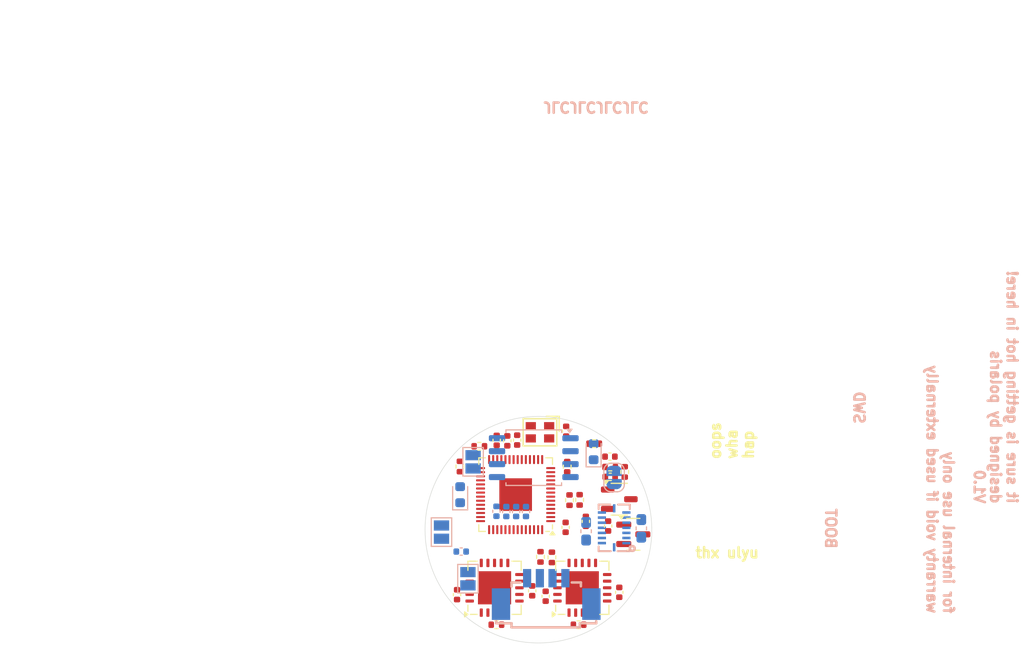
<source format=kicad_pcb>
(kicad_pcb (version 20241229) (generator "pcbnew") (generator_version "9.0")
  (layers (0 "F.Cu" signal) (4 "In1.Cu" signal) (6 "In2.Cu" signal) (2 "B.Cu" signal) (13 "F.Paste" user) (15 "B.Paste" user) (5 "F.SilkS" user "F.Silkscreen") (7 "B.SilkS" user "B.Silkscreen") (1 "F.Mask" user) (3 "B.Mask" user) (25 "Edge.Cuts" user))
  (net 0 "")
  (net 1 "+BATT")
  (net 2 "GND")
  (net 3 "+3V3")
  (net 4 "Net-(D1-A)")
  (net 5 "/BATT POSTSW")
  (net 6 "Net-(J2-Pin_2)")
  (net 7 "Net-(J2-Pin_1)")
  (net 8 "+1V1")
  (net 9 "/BATT SENSE ")
  (net 10 "Net-(D3-K)")
  (net 11 "/USB_D+")
  (net 12 "/USB_D-")
  (net 13 "/SWD")
  (net 14 "/SWCLK")
  (net 15 "/BOOTSEL")
  (net 16 "/QSPI_SS")
  (net 17 "/RP USB_D+")
  (net 18 "/RP USB_D-")
  (net 19 "/RUN")
  (net 20 "/LEDINDICATION")
  (net 21 "/MAX_CS")
  (net 22 "Net-(U3-ISENSOR)")
  (net 23 "Net-(U3-BIAS)")
  (net 24 "/SCLK")
  (net 25 "/DRDY")
  (net 27 "/QSPI_SD2")
  (net 28 "/QSPI_SCLK")
  (net 29 "/QSPI_SD3")
  (net 30 "/QSPI_SD1")
  (net 31 "/QSPI_SDO")
  (net 32 "/MISO")
  (net 36 "/XIN")
  (net 39 "Net-(J1-Pin_1)")
  (net 51 "/MOSI")
  (net 55 "Net-(J1-Pin_2)")
  (net 56 "Net-(U1-BIAS)")
  (net 57 "Net-(U1-ISENSOR)")
  (net 58 "/MAX2_CS")
  (net 60 "/DRDY2")
  (net 63 "/SDA")
  (net 68 "/SCL")
  (footprint "easyeda2kicad:OSC-SMD_4P-L2.0-W1.6-BL" (layer "F.Cu") (at 134.7216 102.7938 180)
    (property "Reference" "X1" (hide yes))
    (property "Value" "SX1M12.000M10F30TNN")
    (fp_line (start 1.65 1.33) (end -1.53 1.33) (stroke (width 0.15)) (layer "F.SilkS"))
    (fp_line (start 1.65 -1.33) (end 1.65 1.33) (stroke (width 0.15)) (layer "F.SilkS"))
    (fp_line (start -1.53 1.33) (end -1.65 1.33) (stroke (width 0.15)) (layer "F.SilkS"))
    (fp_line (start -1.65 1.33) (end -1.65 -1.33) (stroke (width 0.15)) (layer "F.SilkS"))
    (fp_line (start -1.65 -1.33) (end 1.65 -1.33) (stroke (width 0.15)) (layer "F.SilkS"))
    (fp_line (start -1.89 1.56) (end -0.63 1.56) (stroke (width 0.15)) (layer "F.SilkS"))
    (fp_line (start -1.89 0.1) (end -1.89 1.56) (stroke (width 0.15)) (layer "F.SilkS"))
    (pad "1" smd rect (at -0.9 0.6 270) (size 0.8 1) (layers "F.Cu" "F.Mask" "F.Paste") (net 3 "+3V3"))
    (pad "2" smd rect (at 0.9 0.6 270) (size 0.8 1) (layers "F.Cu" "F.Mask" "F.Paste") (net 2 "GND"))
    (pad "3" smd rect (at 0.9 -0.6 270) (size 0.8 1) (layers "F.Cu" "F.Mask" "F.Paste") (net 36 "/XIN"))
    (pad "4" smd rect (at -0.9 -0.6 270) (size 0.8 1) (layers "F.Cu" "F.Mask" "F.Paste") (net 3 "+3V3"))
  )
  (footprint "Capacitor_SMD:C_0402_1005Metric" (layer "F.Cu") (at 126.5936 118.717 90)
    (property "Reference" "C8" (hide yes))
    (property "Value" "100n")
    (fp_line (start -0.107836 -0.36) (end 0.107836 -0.36) (stroke (width 0.12)) (layer "F.SilkS"))
    (fp_line (start -0.107836 0.36) (end 0.107836 0.36) (stroke (width 0.12)) (layer "F.SilkS"))
    (pad "1" smd roundrect (at -0.48 0 90) (size 0.56 0.62) (layers "F.Cu" "F.Mask" "F.Paste") (net 3 "+3V3"))
    (pad "2" smd roundrect (at 0.48 0 90) (size 0.56 0.62) (layers "F.Cu" "F.Mask" "F.Paste") (net 2 "GND"))
  )
  (footprint "Resistor_SMD:R_0402_1005Metric" (layer "F.Cu") (at 141.605 106.1974 180)
    (property "Reference" "R7" (hide yes))
    (property "Value" "27k")
    (fp_line (start -0.153641 0.38) (end 0.153641 0.38) (stroke (width 0.12)) (layer "F.SilkS"))
    (fp_line (start -0.153641 -0.38) (end 0.153641 -0.38) (stroke (width 0.12)) (layer "F.SilkS"))
    (pad "1" smd roundrect (at -0.51 0 180) (size 0.54 0.64) (layers "F.Cu" "F.Mask" "F.Paste") (net 1 "+BATT"))
    (pad "2" smd roundrect (at 0.51 0 180) (size 0.54 0.64) (layers "F.Cu" "F.Mask" "F.Paste") (net 9 "/BATT SENSE "))
  )
  (footprint "Capacitor_SMD:C_0402_1005Metric" (layer "F.Cu") (at 133.9596 118.3412 90)
    (property "Reference" "C3" (hide yes))
    (property "Value" "100n")
    (fp_line (start -0.107836 -0.36) (end 0.107836 -0.36) (stroke (width 0.12)) (layer "F.SilkS"))
    (fp_line (start -0.107836 0.36) (end 0.107836 0.36) (stroke (width 0.12)) (layer "F.SilkS"))
    (pad "1" smd roundrect (at -0.48 0 90) (size 0.56 0.62) (layers "F.Cu" "F.Mask" "F.Paste") (net 39 "Net-(J1-Pin_1)"))
    (pad "2" smd roundrect (at 0.48 0 90) (size 0.56 0.62) (layers "F.Cu" "F.Mask" "F.Paste") (net 55 "Net-(J1-Pin_2)"))
  )
  (footprint "Capacitor_SMD:C_0402_1005Metric" (layer "F.Cu") (at 131.5212 103.632 -90)
    (property "Reference" "C10" (hide yes))
    (property "Value" "100n")
    (fp_line (start -0.107836 0.36) (end 0.107836 0.36) (stroke (width 0.12)) (layer "F.SilkS"))
    (fp_line (start -0.107836 -0.36) (end 0.107836 -0.36) (stroke (width 0.12)) (layer "F.SilkS"))
    (pad "1" smd roundrect (at -0.48 0 270) (size 0.56 0.62) (layers "F.Cu" "F.Mask" "F.Paste") (net 8 "+1V1"))
    (pad "2" smd roundrect (at 0.48 0 270) (size 0.56 0.62) (layers "F.Cu" "F.Mask" "F.Paste") (net 2 "GND"))
  )
  (footprint "Package_DFN_QFN:TQFN-20-1EP_5x5mm_P0.65mm_EP3.25x3.25mm" (layer "F.Cu") (at 138.8692 118.0442 90)
    (property "Reference" "U1" (hide yes))
    (property "Value" "MAX31865xTP")
    (fp_line (start 2.61 -2.61) (end 2.61 -1.71) (stroke (width 0.12)) (layer "F.SilkS"))
    (fp_line (start 1.71 -2.61) (end 2.61 -2.61) (stroke (width 0.12)) (layer "F.SilkS"))
    (fp_line (start -1.71 -2.61) (end -2.31 -2.61) (stroke (width 0.12)) (layer "F.SilkS"))
    (fp_line (start -2.61 -1.71) (end -2.61 -2.37) (stroke (width 0.12)) (layer "F.SilkS"))
    (fp_line (start 2.61 2.61) (end 2.61 1.71) (stroke (width 0.12)) (layer "F.SilkS"))
    (fp_line (start 1.71 2.61) (end 2.61 2.61) (stroke (width 0.12)) (layer "F.SilkS"))
    (fp_line (start -1.71 2.61) (end -2.61 2.61) (stroke (width 0.12)) (layer "F.SilkS"))
    (fp_line (start -2.61 2.61) (end -2.61 1.71) (stroke (width 0.12)) (layer "F.SilkS"))
    (fp_poly (pts (xy -2.61 -2.61) (xy -2.85 -2.94) (xy -2.37 -2.94) (xy -2.61 -2.61)) (stroke (width 0.12)) (fill yes) (layer "F.SilkS"))
    (pad "1" smd roundrect (at -2.4375 -1.3 90) (size 0.825 0.3) (layers "F.Cu" "F.Mask" "F.Paste") (net 56 "Net-(U1-BIAS)"))
    (pad "2" smd roundrect (at -2.4375 -0.65 90) (size 0.825 0.3) (layers "F.Cu" "F.Mask" "F.Paste") (net 56 "Net-(U1-BIAS)"))
    (pad "3" smd roundrect (at -2.4375 0 90) (size 0.825 0.3) (layers "F.Cu" "F.Mask" "F.Paste") (net 57 "Net-(U1-ISENSOR)"))
    (pad "4" smd roundrect (at -2.4375 0.65 90) (size 0.825 0.3) (layers "F.Cu" "F.Mask" "F.Paste") (net 57 "Net-(U1-ISENSOR)"))
    (pad "5" smd roundrect (at -2.4375 1.3 90) (size 0.825 0.3) (layers "F.Cu" "F.Mask" "F.Paste") (net 7 "Net-(J2-Pin_1)"))
    (pad "6" smd roundrect (at -1.3 2.4375 90) (size 0.3 0.825) (layers "F.Cu" "F.Mask" "F.Paste") (net 2 "GND"))
    (pad "7" smd roundrect (at -0.65 2.4375 90) (size 0.3 0.825) (layers "F.Cu" "F.Mask" "F.Paste") (net 7 "Net-(J2-Pin_1)"))
    (pad "8" smd roundrect (at 0 2.4375 90) (size 0.3 0.825) (layers "F.Cu" "F.Mask" "F.Paste") (net 6 "Net-(J2-Pin_2)"))
    (pad "9" smd roundrect (at 0.65 2.4375 90) (size 0.3 0.825) (layers "F.Cu" "F.Mask" "F.Paste") (net 6 "Net-(J2-Pin_2)"))
    (pad "10" smd roundrect (at 1.3 2.4375 90) (size 0.3 0.825) (layers "F.Cu" "F.Mask" "F.Paste") (net 2 "GND"))
    (pad "11" smd roundrect (at 2.4375 1.3 90) (size 0.825 0.3) (layers "F.Cu" "F.Mask" "F.Paste") (net 51 "/MOSI"))
    (pad "12" smd roundrect (at 2.4375 0.65 90) (size 0.825 0.3) (layers "F.Cu" "F.Mask" "F.Paste") (net 24 "/SCLK"))
    (pad "13" smd roundrect (at 2.4375 0 90) (size 0.825 0.3) (layers "F.Cu" "F.Mask" "F.Paste") (net 21 "/MAX_CS"))
    (pad "14" smd roundrect (at 2.4375 -0.65 90) (size 0.825 0.3) (layers "F.Cu" "F.Mask" "F.Paste") (net 32 "/MISO"))
    (pad "15" smd roundrect (at 2.4375 -1.3 90) (size 0.825 0.3) (layers "F.Cu" "F.Mask" "F.Paste") (net 2 "GND"))
    (pad "16" smd roundrect (at 1.3 -2.4375 90) (size 0.3 0.825) (layers "F.Cu" "F.Mask" "F.Paste") (net 2 "GND"))
    (pad "17" smd roundrect (at 0.65 -2.4375 90) (size 0.3 0.825) (layers "F.Cu" "F.Mask" "F.Paste"))
    (pad "18" smd roundrect (at 0 -2.4375 90) (size 0.3 0.825) (layers "F.Cu" "F.Mask" "F.Paste") (net 25 "/DRDY"))
    (pad "19" smd roundrect (at -0.65 -2.4375 90) (size 0.3 0.825) (layers "F.Cu" "F.Mask" "F.Paste") (net 3 "+3V3"))
    (pad "20" smd roundrect (at -1.3 -2.4375 90) (size 0.3 0.825) (layers "F.Cu" "F.Mask" "F.Paste") (net 3 "+3V3"))
    (pad "21" smd rect (at 0 0 90) (size 3.25 3.25) (property pad_prop_heatsink) (layers "F.Cu" "F.Mask") (net 2 "GND"))
  )
  (footprint "Capacitor_SMD:C_0402_1005Metric" (layer "F.Cu") (at 139.2174 111.5288 -90)
    (property "Reference" "C22" (hide yes))
    (property "Value" "100n")
    (fp_line (start -0.107836 0.36) (end 0.107836 0.36) (stroke (width 0.12)) (layer "F.SilkS"))
    (fp_line (start -0.107836 -0.36) (end 0.107836 -0.36) (stroke (width 0.12)) (layer "F.SilkS"))
    (pad "1" smd roundrect (at -0.48 0 270) (size 0.56 0.62) (layers "F.Cu" "F.Mask" "F.Paste") (net 3 "+3V3"))
    (pad "2" smd roundrect (at 0.48 0 270) (size 0.56 0.62) (layers "F.Cu" "F.Mask" "F.Paste") (net 2 "GND"))
  )
  (footprint "Resistor_SMD:R_0402_1005Metric" (layer "F.Cu") (at 134.7724 115.0112 -90)
    (property "Reference" "R5" (hide yes))
    (property "Value" "22R")
    (fp_line (start -0.153641 0.38) (end 0.153641 0.38) (stroke (width 0.12)) (layer "F.SilkS"))
    (fp_line (start -0.153641 -0.38) (end 0.153641 -0.38) (stroke (width 0.12)) (layer "F.SilkS"))
    (pad "1" smd roundrect (at -0.51 0 270) (size 0.54 0.64) (layers "F.Cu" "F.Mask" "F.Paste") (net 18 "/RP USB_D-"))
    (pad "2" smd roundrect (at 0.51 0 270) (size 0.54 0.64) (layers "F.Cu" "F.Mask" "F.Paste") (net 12 "/USB_D-"))
  )
  (footprint "Capacitor_SMD:C_0402_1005Metric" (layer "F.Cu") (at 130.4798 103.5838 -90)
    (property "Reference" "C12" (hide yes))
    (property "Value" "100n")
    (fp_line (start -0.107836 0.36) (end 0.107836 0.36) (stroke (width 0.12)) (layer "F.SilkS"))
    (fp_line (start -0.107836 -0.36) (end 0.107836 -0.36) (stroke (width 0.12)) (layer "F.SilkS"))
    (pad "1" smd roundrect (at -0.48 0 270) (size 0.56 0.62) (layers "F.Cu" "F.Mask" "F.Paste") (net 3 "+3V3"))
    (pad "2" smd roundrect (at 0.48 0 270) (size 0.56 0.62) (layers "F.Cu" "F.Mask" "F.Paste") (net 2 "GND"))
  )
  (footprint "Capacitor_SMD:C_0402_1005Metric" (layer "F.Cu") (at 135.2804 118.872 90)
    (property "Reference" "C11" (hide yes))
    (property "Value" "100n")
    (fp_line (start -0.107836 -0.36) (end 0.107836 -0.36) (stroke (width 0.12)) (layer "F.SilkS"))
    (fp_line (start -0.107836 0.36) (end 0.107836 0.36) (stroke (width 0.12)) (layer "F.SilkS"))
    (pad "1" smd roundrect (at -0.48 0 90) (size 0.56 0.62) (layers "F.Cu" "F.Mask" "F.Paste") (net 3 "+3V3"))
    (pad "2" smd roundrect (at 0.48 0 90) (size 0.56 0.62) (layers "F.Cu" "F.Mask" "F.Paste") (net 2 "GND"))
  )
  (footprint "Package_TO_SOT_SMD:SOT-23-3" (layer "F.Cu") (at 142.494 109.3583)
    (property "Reference" "U2" (hide yes))
    (property "Value" "XC6206P332MR")
    (fp_line (start 0 -1.56) (end -0.8 -1.56) (stroke (width 0.12)) (layer "F.SilkS"))
    (fp_line (start 0 -1.56) (end 0.8 -1.56) (stroke (width 0.12)) (layer "F.SilkS"))
    (fp_line (start 0 1.56) (end -0.8 1.56) (stroke (width 0.12)) (layer "F.SilkS"))
    (fp_line (start 0 1.56) (end 0.8 1.56) (stroke (width 0.12)) (layer "F.SilkS"))
    (fp_poly (pts (xy -1.3 -1.51) (xy -1.54 -1.84) (xy -1.06 -1.84) (xy -1.3 -1.51)) (stroke (width 0.12)) (fill yes) (layer "F.SilkS"))
    (pad "1" smd roundrect (at -1.1375 -0.95) (size 1.325 0.6) (layers "F.Cu" "F.Mask" "F.Paste") (net 2 "GND"))
    (pad "2" smd roundrect (at -1.1375 0.95) (size 1.325 0.6) (layers "F.Cu" "F.Mask" "F.Paste") (net 3 "+3V3"))
    (pad "3" smd roundrect (at 1.1375 0) (size 1.325 0.6) (layers "F.Cu" "F.Mask" "F.Paste") (net 1 "+BATT"))
  )
  (footprint "Package_TO_SOT_SMD:SOT-23" (layer "F.Cu") (at 143.8679 112.8014)
    (property "Reference" "Q2" (hide yes))
    (property "Value" "AO3401A")
    (fp_line (start 0 -1.56) (end -0.65 -1.56) (stroke (width 0.12)) (layer "F.SilkS"))
    (fp_line (start 0 -1.56) (end 0.65 -1.56) (stroke (width 0.12)) (layer "F.SilkS"))
    (fp_line (start 0 1.56) (end -0.65 1.56) (stroke (width 0.12)) (layer "F.SilkS"))
    (fp_line (start 0 1.56) (end 0.65 1.56) (stroke (width 0.12)) (layer "F.SilkS"))
    (fp_poly (pts (xy -1.1625 -1.51) (xy -1.4025 -1.84) (xy -0.9225 -1.84) (xy -1.1625 -1.51)) (stroke (width 0.12)) (fill yes) (layer "F.SilkS"))
    (pad "1" smd roundrect (at -0.9375 -0.95) (size 1.475 0.6) (layers "F.Cu" "F.Mask" "F.Paste") (net 2 "GND"))
    (pad "2" smd roundrect (at -0.9375 0.95) (size 1.475 0.6) (layers "F.Cu" "F.Mask" "F.Paste") (net 1 "+BATT"))
    (pad "3" smd roundrect (at 0.9375 0) (size 1.475 0.6) (layers "F.Cu" "F.Mask" "F.Paste") (net 5 "/BATT POSTSW"))
  )
  (footprint "Capacitor_SMD:C_0402_1005Metric" (layer "F.Cu") (at 137.287 102.6948 -90)
    (property "Reference" "C14" (hide yes))
    (property "Value" "100n")
    (fp_line (start -0.107836 0.36) (end 0.107836 0.36) (stroke (width 0.12)) (layer "F.SilkS"))
    (fp_line (start -0.107836 -0.36) (end 0.107836 -0.36) (stroke (width 0.12)) (layer "F.SilkS"))
    (pad "1" smd roundrect (at -0.48 0 270) (size 0.56 0.62) (layers "F.Cu" "F.Mask" "F.Paste") (net 3 "+3V3"))
    (pad "2" smd roundrect (at 0.48 0 270) (size 0.56 0.62) (layers "F.Cu" "F.Mask" "F.Paste") (net 2 "GND"))
  )
  (footprint "Capacitor_SMD:C_0402_1005Metric" (layer "F.Cu") (at 137.2362 112.1156 -90)
    (property "Reference" "C18" (hide yes))
    (property "Value" "100n")
    (fp_line (start -0.107836 0.36) (end 0.107836 0.36) (stroke (width 0.12)) (layer "F.SilkS"))
    (fp_line (start -0.107836 -0.36) (end 0.107836 -0.36) (stroke (width 0.12)) (layer "F.SilkS"))
    (pad "1" smd roundrect (at -0.48 0 270) (size 0.56 0.62) (layers "F.Cu" "F.Mask" "F.Paste") (net 3 "+3V3"))
    (pad "2" smd roundrect (at 0.48 0 270) (size 0.56 0.62) (layers "F.Cu" "F.Mask" "F.Paste") (net 2 "GND"))
  )
  (footprint "Resistor_SMD:R_0402_1005Metric" (layer "F.Cu") (at 138.6072 109.4216 -90)
    (property "Reference" "R12" (hide yes))
    (property "Value" "5.1k")
    (fp_line (start -0.153641 0.38) (end 0.153641 0.38) (stroke (width 0.12)) (layer "F.SilkS"))
    (fp_line (start -0.153641 -0.38) (end 0.153641 -0.38) (stroke (width 0.12)) (layer "F.SilkS"))
    (pad "1" smd roundrect (at -0.51 0 270) (size 0.54 0.64) (layers "F.Cu" "F.Mask" "F.Paste") (net 3 "+3V3"))
    (pad "2" smd roundrect (at 0.51 0 270) (size 0.54 0.64) (layers "F.Cu" "F.Mask" "F.Paste") (net 68 "/SCL"))
  )
  (footprint "Resistor_SMD:R_0402_1005Metric" (layer "F.Cu") (at 140.0322 103.9114)
    (property "Reference" "R3" (hide yes))
    (property "Value" "1k")
    (fp_line (start -0.153641 -0.38) (end 0.153641 -0.38) (stroke (width 0.12)) (layer "F.SilkS"))
    (fp_line (start -0.153641 0.38) (end 0.153641 0.38) (stroke (width 0.12)) (layer "F.SilkS"))
    (pad "1" smd roundrect (at -0.51 0) (size 0.54 0.64) (layers "F.Cu" "F.Mask" "F.Paste") (net 16 "/QSPI_SS"))
    (pad "2" smd roundrect (at 0.51 0) (size 0.54 0.64) (layers "F.Cu" "F.Mask" "F.Paste") (net 15 "/BOOTSEL"))
  )
  (footprint "Resistor_SMD:R_0402_1005Metric" (layer "F.Cu") (at 128.778 104.1654)
    (property "Reference" "R6" (hide yes))
    (property "Value" "5.1k")
    (fp_line (start -0.153641 -0.38) (end 0.153641 -0.38) (stroke (width 0.12)) (layer "F.SilkS"))
    (fp_line (start -0.153641 0.38) (end 0.153641 0.38) (stroke (width 0.12)) (layer "F.SilkS"))
    (pad "1" smd roundrect (at -0.51 0) (size 0.54 0.64) (layers "F.Cu" "F.Mask" "F.Paste") (net 3 "+3V3"))
    (pad "2" smd roundrect (at 0.51 0) (size 0.54 0.64) (layers "F.Cu" "F.Mask" "F.Paste") (net 19 "/RUN"))
  )
  (footprint "Capacitor_SMD:C_0402_1005Metric" (layer "F.Cu") (at 141.4018 111.9886 -90)
    (property "Reference" "C2" (hide yes))
    (property "Value" "1u")
    (fp_line (start -0.107836 0.36) (end 0.107836 0.36) (stroke (width 0.12)) (layer "F.SilkS"))
    (fp_line (start -0.107836 -0.36) (end 0.107836 -0.36) (stroke (width 0.12)) (layer "F.SilkS"))
    (pad "1" smd roundrect (at -0.48 0 270) (size 0.56 0.62) (layers "F.Cu" "F.Mask" "F.Paste") (net 3 "+3V3"))
    (pad "2" smd roundrect (at 0.48 0 270) (size 0.56 0.62) (layers "F.Cu" "F.Mask" "F.Paste") (net 2 "GND"))
  )
  (footprint "Capacitor_SMD:C_0402_1005Metric" (layer "F.Cu") (at 141.5796 105.1814)
    (property "Reference" "C16" (hide yes))
    (property "Value" "100n")
    (fp_line (start -0.107836 -0.36) (end 0.107836 -0.36) (stroke (width 0.12)) (layer "F.SilkS"))
    (fp_line (start -0.107836 0.36) (end 0.107836 0.36) (stroke (width 0.12)) (layer "F.SilkS"))
    (pad "1" smd roundrect (at -0.48 0) (size 0.56 0.62) (layers "F.Cu" "F.Mask" "F.Paste") (net 9 "/BATT SENSE "))
    (pad "2" smd roundrect (at 0.48 0) (size 0.56 0.62) (layers "F.Cu" "F.Mask" "F.Paste") (net 2 "GND"))
  )
  (footprint "Resistor_SMD:R_0402_1005Metric" (layer "F.Cu") (at 143.0274 106.68 -90)
    (property "Reference" "R8" (hide yes))
    (property "Value" "51k")
    (fp_line (start -0.153641 0.38) (end 0.153641 0.38) (stroke (width 0.12)) (layer "F.SilkS"))
    (fp_line (start -0.153641 -0.38) (end 0.153641 -0.38) (stroke (width 0.12)) (layer "F.SilkS"))
    (pad "1" smd roundrect (at -0.51 0 270) (size 0.54 0.64) (layers "F.Cu" "F.Mask" "F.Paste") (net 9 "/BATT SENSE "))
    (pad "2" smd roundrect (at 0.51 0 270) (size 0.54 0.64) (layers "F.Cu" "F.Mask" "F.Paste") (net 2 "GND"))
  )
  (footprint "Resistor_SMD:R_0402_1005Metric" (layer "F.Cu") (at 137.6172 109.4466 -90)
    (property "Reference" "R11" (hide yes))
    (property "Value" "5.1k")
    (fp_line (start -0.153641 0.38) (end 0.153641 0.38) (stroke (width 0.12)) (layer "F.SilkS"))
    (fp_line (start -0.153641 -0.38) (end 0.153641 -0.38) (stroke (width 0.12)) (layer "F.SilkS"))
    (pad "1" smd roundrect (at -0.51 0 270) (size 0.54 0.64) (layers "F.Cu" "F.Mask" "F.Paste") (net 3 "+3V3"))
    (pad "2" smd roundrect (at 0.51 0 270) (size 0.54 0.64) (layers "F.Cu" "F.Mask" "F.Paste") (net 63 "/SDA"))
  )
  (footprint "Package_DFN_QFN:QFN-56-1EP_7x7mm_P0.4mm_EP3.2x3.2mm" (layer "F.Cu") (at 132.3372 108.9067 180)
    (property "Reference" "U6" (hide yes))
    (property "Value" "RP2040")
    (fp_line (start 3.61 3.61) (end 3.61 2.96) (stroke (width 0.12)) (layer "F.SilkS"))
    (fp_line (start 3.61 -3.61) (end 3.61 -2.96) (stroke (width 0.12)) (layer "F.SilkS"))
    (fp_line (start 2.96 3.61) (end 3.61 3.61) (stroke (width 0.12)) (layer "F.SilkS"))
    (fp_line (start 2.96 -3.61) (end 3.61 -3.61) (stroke (width 0.12)) (layer "F.SilkS"))
    (fp_line (start -2.96 3.61) (end -3.61 3.61) (stroke (width 0.12)) (layer "F.SilkS"))
    (fp_line (start -2.96 -3.61) (end -3.31 -3.61) (stroke (width 0.12)) (layer "F.SilkS"))
    (fp_line (start -3.61 3.61) (end -3.61 2.96) (stroke (width 0.12)) (layer "F.SilkS"))
    (fp_line (start -3.61 -2.96) (end -3.61 -3.37) (stroke (width 0.12)) (layer "F.SilkS"))
    (fp_poly (pts (xy -3.61 -3.61) (xy -3.85 -3.94) (xy -3.37 -3.94) (xy -3.61 -3.61)) (stroke (width 0.12)) (fill yes) (layer "F.SilkS"))
    (pad "1" smd roundrect (at -3.4375 -2.6 180) (size 0.875 0.2) (layers "F.Cu" "F.Mask" "F.Paste") (net 3 "+3V3"))
    (pad "2" smd roundrect (at -3.4375 -2.2 180) (size 0.875 0.2) (layers "F.Cu" "F.Mask" "F.Paste") (net 63 "/SDA"))
    (pad "3" smd roundrect (at -3.4375 -1.8 180) (size 0.875 0.2) (layers "F.Cu" "F.Mask" "F.Paste") (net 68 "/SCL"))
    (pad "4" smd roundrect (at -3.4375 -1.4 180) (size 0.875 0.2) (layers "F.Cu" "F.Mask" "F.Paste"))
    (pad "5" smd roundrect (at -3.4375 -1 180) (size 0.875 0.2) (layers "F.Cu" "F.Mask" "F.Paste"))
    (pad "6" smd roundrect (at -3.4375 -0.6 180) (size 0.875 0.2) (layers "F.Cu" "F.Mask" "F.Paste"))
    (pad "7" smd roundrect (at -3.4375 -0.2 180) (size 0.875 0.2) (layers "F.Cu" "F.Mask" "F.Paste"))
    (pad "8" smd roundrect (at -3.4375 0.2 180) (size 0.875 0.2) (layers "F.Cu" "F.Mask" "F.Paste"))
    (pad "9" smd roundrect (at -3.4375 0.6 180) (size 0.875 0.2) (layers "F.Cu" "F.Mask" "F.Paste"))
    (pad "10" smd roundrect (at -3.4375 1 180) (size 0.875 0.2) (layers "F.Cu" "F.Mask" "F.Paste") (net 3 "+3V3"))
    (pad "11" smd roundrect (at -3.4375 1.4 180) (size 0.875 0.2) (layers "F.Cu" "F.Mask" "F.Paste") (net 20 "/LEDINDICATION"))
    (pad "12" smd roundrect (at -3.4375 1.8 180) (size 0.875 0.2) (layers "F.Cu" "F.Mask" "F.Paste") (net 25 "/DRDY"))
    (pad "13" smd roundrect (at -3.4375 2.2 180) (size 0.875 0.2) (layers "F.Cu" "F.Mask" "F.Paste"))
    (pad "14" smd roundrect (at -3.4375 2.6 180) (size 0.875 0.2) (layers "F.Cu" "F.Mask" "F.Paste"))
    (pad "15" smd roundrect (at -2.6 3.4375 180) (size 0.2 0.875) (layers "F.Cu" "F.Mask" "F.Paste") (net 60 "/DRDY2"))
    (pad "16" smd roundrect (at -2.2 3.4375 180) (size 0.2 0.875) (layers "F.Cu" "F.Mask" "F.Paste") (net 58 "/MAX2_CS"))
    (pad "17" smd roundrect (at -1.8 3.4375 180) (size 0.2 0.875) (layers "F.Cu" "F.Mask" "F.Paste"))
    (pad "18" smd roundrect (at -1.4 3.4375 180) (size 0.2 0.875) (layers "F.Cu" "F.Mask" "F.Paste"))
    (pad "19" smd roundrect (at -1 3.4375 180) (size 0.2 0.875) (layers "F.Cu" "F.Mask" "F.Paste") (net 2 "GND"))
    (pad "20" smd roundrect (at -0.6 3.4375 180) (size 0.2 0.875) (layers "F.Cu" "F.Mask" "F.Paste") (net 36 "/XIN"))
    (pad "21" smd roundrect (at -0.2 3.4375 180) (size 0.2 0.875) (layers "F.Cu" "F.Mask" "F.Paste"))
    (pad "22" smd roundrect (at 0.2 3.4375 180) (size 0.2 0.875) (layers "F.Cu" "F.Mask" "F.Paste") (net 3 "+3V3"))
    (pad "23" smd roundrect (at 0.6 3.4375 180) (size 0.2 0.875) (layers "F.Cu" "F.Mask" "F.Paste") (net 8 "+1V1"))
    (pad "24" smd roundrect (at 1 3.4375 180) (size 0.2 0.875) (layers "F.Cu" "F.Mask" "F.Paste") (net 14 "/SWCLK"))
    (pad "25" smd roundrect (at 1.4 3.4375 180) (size 0.2 0.875) (layers "F.Cu" "F.Mask" "F.Paste") (net 13 "/SWD"))
    (pad "26" smd roundrect (at 1.8 3.4375 180) (size 0.2 0.875) (layers "F.Cu" "F.Mask" "F.Paste") (net 19 "/RUN"))
    (pad "27" smd roundrect (at 2.2 3.4375 180) (size 0.2 0.875) (layers "F.Cu" "F.Mask" "F.Paste") (net 32 "/MISO"))
    (pad "28" smd roundrect (at 2.6 3.4375 180) (size 0.2 0.875) (layers "F.Cu" "F.Mask" "F.Paste"))
    (pad "29" smd roundrect (at 3.4375 2.6 180) (size 0.875 0.2) (layers "F.Cu" "F.Mask" "F.Paste") (net 24 "/SCLK"))
    (pad "30" smd roundrect (at 3.4375 2.2 180) (size 0.875 0.2) (layers "F.Cu" "F.Mask" "F.Paste") (net 51 "/MOSI"))
    (pad "31" smd roundrect (at 3.4375 1.8 180) (size 0.875 0.2) (layers "F.Cu" "F.Mask" "F.Paste"))
    (pad "32" smd roundrect (at 3.4375 1.4 180) (size 0.875 0.2) (layers "F.Cu" "F.Mask" "F.Paste"))
    (pad "33" smd roundrect (at 3.4375 1 180) (size 0.875 0.2) (layers "F.Cu" "F.Mask" "F.Paste") (net 3 "+3V3"))
    (pad "34" smd roundrect (at 3.4375 0.6 180) (size 0.875 0.2) (layers "F.Cu" "F.Mask" "F.Paste"))
    (pad "35" smd roundrect (at 3.4375 0.2 180) (size 0.875 0.2) (layers "F.Cu" "F.Mask" "F.Paste"))
    (pad "36" smd roundrect (at 3.4375 -0.2 180) (size 0.875 0.2) (layers "F.Cu" "F.Mask" "F.Paste"))
    (pad "37" smd roundrect (at 3.4375 -0.6 180) (size 0.875 0.2) (layers "F.Cu" "F.Mask" "F.Paste") (net 21 "/MAX_CS"))
    (pad "38" smd roundrect (at 3.4375 -1 180) (size 0.875 0.2) (layers "F.Cu" "F.Mask" "F.Paste"))
    (pad "39" smd roundrect (at 3.4375 -1.4 180) (size 0.875 0.2) (layers "F.Cu" "F.Mask" "F.Paste"))
    (pad "40" smd roundrect (at 3.4375 -1.8 180) (size 0.875 0.2) (layers "F.Cu" "F.Mask" "F.Paste"))
    (pad "41" smd roundrect (at 3.4375 -2.2 180) (size 0.875 0.2) (layers "F.Cu" "F.Mask" "F.Paste") (net 9 "/BATT SENSE "))
    (pad "42" smd roundrect (at 3.4375 -2.6 180) (size 0.875 0.2) (layers "F.Cu" "F.Mask" "F.Paste") (net 3 "+3V3"))
    (pad "43" smd roundrect (at 2.6 -3.4375 180) (size 0.2 0.875) (layers "F.Cu" "F.Mask" "F.Paste") (net 3 "+3V3"))
    (pad "44" smd roundrect (at 2.2 -3.4375 180) (size 0.2 0.875) (layers "F.Cu" "F.Mask" "F.Paste") (net 3 "+3V3"))
    (pad "45" smd roundrect (at 1.8 -3.4375 180) (size 0.2 0.875) (layers "F.Cu" "F.Mask" "F.Paste") (net 8 "+1V1"))
    (pad "46" smd roundrect (at 1.4 -3.4375 180) (size 0.2 0.875) (layers "F.Cu" "F.Mask" "F.Paste") (net 18 "/RP USB_D-"))
    (pad "47" smd roundrect (at 1 -3.4375 180) (size 0.2 0.875) (layers "F.Cu" "F.Mask" "F.Paste") (net 17 "/RP USB_D+"))
    (pad "48" smd roundrect (at 0.6 -3.4375 180) (size 0.2 0.875) (layers "F.Cu" "F.Mask" "F.Paste") (net 3 "+3V3"))
    (pad "49" smd roundrect (at 0.2 -3.4375 180) (size 0.2 0.875) (layers "F.Cu" "F.Mask" "F.Paste") (net 3 "+3V3"))
    (pad "50" smd roundrect (at -0.2 -3.4375 180) (size 0.2 0.875) (layers "F.Cu" "F.Mask" "F.Paste") (net 8 "+1V1"))
    (pad "51" smd roundrect (at -0.6 -3.4375 180) (size 0.2 0.875) (layers "F.Cu" "F.Mask" "F.Paste") (net 29 "/QSPI_SD3"))
    (pad "52" smd roundrect (at -1 -3.4375 180) (size 0.2 0.875) (layers "F.Cu" "F.Mask" "F.Paste") (net 28 "/QSPI_SCLK"))
    (pad "53" smd roundrect (at -1.4 -3.4375 180) (size 0.2 0.875) (layers "F.Cu" "F.Mask" "F.Paste") (net 31 "/QSPI_SDO"))
    (pad "54" smd roundrect (at -1.8 -3.4375 180) (size 0.2 0.875) (layers "F.Cu" "F.Mask" "F.Paste") (net 27 "/QSPI_SD2"))
    (pad "55" smd roundrect (at -2.2 -3.4375 180) (size 0.2 0.875) (layers "F.Cu" "F.Mask" "F.Paste") (net 30 "/QSPI_SD1"))
    (pad "56" smd roundrect (at -2.6 -3.4375 180) (size 0.2 0.875) (layers "F.Cu" "F.Mask" "F.Paste") (net 16 "/QSPI_SS"))
    (pad "57" smd rect (at 0 0 180) (size 3.2 3.2) (property pad_prop_heatsink) (layers "F.Cu" "F.Mask") (net 2 "GND"))
  )
  (footprint "Resistor_SMD:R_0402_1005Metric" (layer "F.Cu") (at 138.504201 121.666)
    (property "Reference" "R2" (hide yes))
    (property "Value" "400")
    (fp_line (start -0.153641 -0.38) (end 0.153641 -0.38) (stroke (width 0.12)) (layer "F.SilkS"))
    (fp_line (start -0.153641 0.38) (end 0.153641 0.38) (stroke (width 0.12)) (layer "F.SilkS"))
    (pad "1" smd roundrect (at -0.509999 0) (size 0.54 0.64) (layers "F.Cu" "F.Mask" "F.Paste") (net 56 "Net-(U1-BIAS)"))
    (pad "2" smd roundrect (at 0.509999 0) (size 0.54 0.64) (layers "F.Cu" "F.Mask" "F.Paste") (net 57 "Net-(U1-ISENSOR)"))
  )
  (footprint "Capacitor_SMD:C_0402_1005Metric" (layer "F.Cu") (at 132.4864 103.5584 90)
    (property "Reference" "C20" (hide yes))
    (property "Value" "100n")
    (fp_line (start -0.107836 -0.36) (end 0.107836 -0.36) (stroke (width 0.12)) (layer "F.SilkS"))
    (fp_line (start -0.107836 0.36) (end 0.107836 0.36) (stroke (width 0.12)) (layer "F.SilkS"))
    (pad "1" smd roundrect (at -0.48 0 90) (size 0.56 0.62) (layers "F.Cu" "F.Mask" "F.Paste") (net 3 "+3V3"))
    (pad "2" smd roundrect (at 0.48 0 90) (size 0.56 0.62) (layers "F.Cu" "F.Mask" "F.Paste") (net 2 "GND"))
  )
  (footprint "Package_DFN_QFN:TQFN-20-1EP_5x5mm_P0.65mm_EP3.25x3.25mm" (layer "F.Cu") (at 130.2692 118.0442 90)
    (property "Reference" "U3" (hide yes))
    (property "Value" "MAX31865xTP")
    (fp_line (start 2.61 -2.61) (end 2.61 -1.71) (stroke (width 0.12)) (layer "F.SilkS"))
    (fp_line (start 1.71 -2.61) (end 2.61 -2.61) (stroke (width 0.12)) (layer "F.SilkS"))
    (fp_line (start -1.71 -2.61) (end -2.31 -2.61) (stroke (width 0.12)) (layer "F.SilkS"))
    (fp_line (start -2.61 -1.71) (end -2.61 -2.37) (stroke (width 0.12)) (layer "F.SilkS"))
    (fp_line (start 2.61 2.61) (end 2.61 1.71) (stroke (width 0.12)) (layer "F.SilkS"))
    (fp_line (start 1.71 2.61) (end 2.61 2.61) (stroke (width 0.12)) (layer "F.SilkS"))
    (fp_line (start -1.71 2.61) (end -2.61 2.61) (stroke (width 0.12)) (layer "F.SilkS"))
    (fp_line (start -2.61 2.61) (end -2.61 1.71) (stroke (width 0.12)) (layer "F.SilkS"))
    (fp_poly (pts (xy -2.61 -2.61) (xy -2.85 -2.94) (xy -2.37 -2.94) (xy -2.61 -2.61)) (stroke (width 0.12)) (fill yes) (layer "F.SilkS"))
    (pad "1" smd roundrect (at -2.4375 -1.3 90) (size 0.825 0.3) (layers "F.Cu" "F.Mask" "F.Paste") (net 23 "Net-(U3-BIAS)"))
    (pad "2" smd roundrect (at -2.4375 -0.65 90) (size 0.825 0.3) (layers "F.Cu" "F.Mask" "F.Paste") (net 23 "Net-(U3-BIAS)"))
    (pad "3" smd roundrect (at -2.4375 0 90) (size 0.825 0.3) (layers "F.Cu" "F.Mask" "F.Paste") (net 22 "Net-(U3-ISENSOR)"))
    (pad "4" smd roundrect (at -2.4375 0.65 90) (size 0.825 0.3) (layers "F.Cu" "F.Mask" "F.Paste") (net 22 "Net-(U3-ISENSOR)"))
    (pad "5" smd roundrect (at -2.4375 1.3 90) (size 0.825 0.3) (layers "F.Cu" "F.Mask" "F.Paste") (net 39 "Net-(J1-Pin_1)"))
    (pad "6" smd roundrect (at -1.3 2.4375 90) (size 0.3 0.825) (layers "F.Cu" "F.Mask" "F.Paste") (net 2 "GND"))
    (pad "7" smd roundrect (at -0.65 2.4375 90) (size 0.3 0.825) (layers "F.Cu" "F.Mask" "F.Paste") (net 39 "Net-(J1-Pin_1)"))
    (pad "8" smd roundrect (at 0 2.4375 90) (size 0.3 0.825) (layers "F.Cu" "F.Mask" "F.Paste") (net 55 "Net-(J1-Pin_2)"))
    (pad "9" smd roundrect (at 0.65 2.4375 90) (size 0.3 0.825) (layers "F.Cu" "F.Mask" "F.Paste") (net 55 "Net-(J1-Pin_2)"))
    (pad "10" smd roundrect (at 1.3 2.4375 90) (size 0.3 0.825) (layers "F.Cu" "F.Mask" "F.Paste") (net 2 "GND"))
    (pad "11" smd roundrect (at 2.4375 1.3 90) (size 0.825 0.3) (layers "F.Cu" "F.Mask" "F.Paste") (net 51 "/MOSI"))
    (pad "12" smd roundrect (at 2.4375 0.65 90) (size 0.825 0.3) (layers "F.Cu" "F.Mask" "F.Paste") (net 24 "/SCLK"))
    (pad "13" smd roundrect (at 2.4375 0 90) (size 0.825 0.3) (layers "F.Cu" "F.Mask" "F.Paste") (net 58 "/MAX2_CS"))
    (pad "14" smd roundrect (at 2.4375 -0.65 90) (size 0.825 0.3) (layers "F.Cu" "F.Mask" "F.Paste") (net 32 "/MISO"))
    (pad "15" smd roundrect (at 2.4375 -1.3 90) (size 0.825 0.3) (layers "F.Cu" "F.Mask" "F.Paste") (net 2 "GND"))
    (pad "16" smd roundrect (at 1.3 -2.4375 90) (size 0.3 0.825) (layers "F.Cu" "F.Mask" "F.Paste") (net 2 "GND"))
    (pad "17" smd roundrect (at 0.65 -2.4375 90) (size 0.3 0.825) (layers "F.Cu" "F.Mask" "F.Paste"))
    (pad "18" smd roundrect (at 0 -2.4375 90) (size 0.3 0.825) (layers "F.Cu" "F.Mask" "F.Paste") (net 60 "/DRDY2"))
    (pad "19" smd roundrect (at -0.65 -2.4375 90) (size 0.3 0.825) (layers "F.Cu" "F.Mask" "F.Paste") (net 3 "+3V3"))
    (pad "20" smd roundrect (at -1.3 -2.4375 90) (size 0.3 0.825) (layers "F.Cu" "F.Mask" "F.Paste") (net 3 "+3V3"))
    (pad "21" smd rect (at 0 0 90) (size 3.25 3.25) (property pad_prop_heatsink) (layers "F.Cu" "F.Mask") (net 2 "GND"))
  )
  (footprint "Resistor_SMD:R_0402_1005Metric" (layer "F.Cu") (at 130.4544 121.666)
    (property "Reference" "R10" (hide yes))
    (property "Value" "400")
    (fp_line (start -0.153641 -0.38) (end 0.153641 -0.38) (stroke (width 0.12)) (layer "F.SilkS"))
    (fp_line (start -0.153641 0.38) (end 0.153641 0.38) (stroke (width 0.12)) (layer "F.SilkS"))
    (pad "1" smd roundrect (at -0.509999 0) (size 0.54 0.64) (layers "F.Cu" "F.Mask" "F.Paste") (net 23 "Net-(U3-BIAS)"))
    (pad "2" smd roundrect (at 0.509999 0) (size 0.54 0.64) (layers "F.Cu" "F.Mask" "F.Paste") (net 22 "Net-(U3-ISENSOR)"))
  )
  (footprint "Resistor_SMD:R_0402_1005Metric" (layer "F.Cu") (at 137.3886 106.17 90)
    (property "Reference" "R9" (hide yes))
    (property "Value" "1k")
    (fp_line (start -0.153641 -0.38) (end 0.153641 -0.38) (stroke (width 0.12)) (layer "F.SilkS"))
    (fp_line (start -0.153641 0.38) (end 0.153641 0.38) (stroke (width 0.12)) (layer "F.SilkS"))
    (pad "1" smd roundrect (at -0.51 0 90) (size 0.54 0.64) (layers "F.Cu" "F.Mask" "F.Paste") (net 20 "/LEDINDICATION"))
    (pad "2" smd roundrect (at 0.51 0 90) (size 0.54 0.64) (layers "F.Cu" "F.Mask" "F.Paste") (net 10 "Net-(D3-K)"))
  )
  (footprint "Resistor_SMD:R_0402_1005Metric" (layer "F.Cu") (at 135.89 115.062 90)
    (property "Reference" "R4" (hide yes))
    (property "Value" "22R")
    (fp_line (start -0.153641 -0.38) (end 0.153641 -0.38) (stroke (width 0.12)) (layer "F.SilkS"))
    (fp_line (start -0.153641 0.38) (end 0.153641 0.38) (stroke (width 0.12)) (layer "F.SilkS"))
    (pad "1" smd roundrect (at -0.51 0 90) (size 0.54 0.64) (layers "F.Cu" "F.Mask" "F.Paste") (net 11 "/USB_D+"))
    (pad "2" smd roundrect (at 0.51 0 90) (size 0.54 0.64) (layers "F.Cu" "F.Mask" "F.Paste") (net 17 "/RP USB_D+"))
  )
  (footprint "Capacitor_SMD:C_0402_1005Metric" (layer "F.Cu") (at 142.494 118.4884 90)
    (property "Reference" "C7" (hide yes))
    (property "Value" "100n")
    (fp_line (start -0.107836 -0.36) (end 0.107836 -0.36) (stroke (width 0.12)) (layer "F.SilkS"))
    (fp_line (start -0.107836 0.36) (end 0.107836 0.36) (stroke (width 0.12)) (layer "F.SilkS"))
    (pad "1" smd roundrect (at -0.48 0 90) (size 0.56 0.62) (layers "F.Cu" "F.Mask" "F.Paste") (net 7 "Net-(J2-Pin_1)"))
    (pad "2" smd roundrect (at 0.48 0 90) (size 0.56 0.62) (layers "F.Cu" "F.Mask" "F.Paste") (net 6 "Net-(J2-Pin_2)"))
  )
  (footprint "Capacitor_SMD:C_0402_1005Metric" (layer "F.Cu") (at 141.605 107.1626 180)
    (property "Reference" "C1" (hide yes))
    (property "Value" "1u")
    (fp_line (start -0.107836 0.36) (end 0.107836 0.36) (stroke (width 0.12)) (layer "F.SilkS"))
    (fp_line (start -0.107836 -0.36) (end 0.107836 -0.36) (stroke (width 0.12)) (layer "F.SilkS"))
    (pad "1" smd roundrect (at -0.48 0 180) (size 0.56 0.62) (layers "F.Cu" "F.Mask" "F.Paste") (net 1 "+BATT"))
    (pad "2" smd roundrect (at 0.48 0 180) (size 0.56 0.62) (layers "F.Cu" "F.Mask" "F.Paste") (net 2 "GND"))
  )
  (footprint "Resistor_SMD:R_0402_1005Metric" (layer "F.Cu") (at 126.873 106.1486 90)
    (property "Reference" "R1" (hide yes))
    (property "Value" "1k")
    (fp_line (start -0.153641 -0.38) (end 0.153641 -0.38) (stroke (width 0.12)) (layer "F.SilkS"))
    (fp_line (start -0.153641 0.38) (end 0.153641 0.38) (stroke (width 0.12)) (layer "F.SilkS"))
    (pad "1" smd roundrect (at -0.51 0 90) (size 0.54 0.64) (layers "F.Cu" "F.Mask" "F.Paste") (net 4 "Net-(D1-A)"))
    (pad "2" smd roundrect (at 0.51 0 90) (size 0.54 0.64) (layers "F.Cu" "F.Mask" "F.Paste") (net 3 "+3V3"))
  )
  (footprint "LED_SMD:LED_0603_1608Metric" (layer "B.Cu") (at 139.9794 104.6987 90)
    (property "Reference" "D3" (hide yes))
    (property "Value" "LED")
    (fp_line (start -1.485 -0.735) (end 0.8 -0.735) (stroke (width 0.12)) (layer "B.SilkS"))
    (fp_line (start 0.8 0.735) (end -1.485 0.735) (stroke (width 0.12)) (layer "B.SilkS"))
    (fp_line (start -1.485 0.735) (end -1.485 -0.735) (stroke (width 0.12)) (layer "B.SilkS"))
    (pad "1" smd roundrect (at -0.7875 0 90) (size 0.875 0.95) (layers "B.Cu" "B.Mask" "B.Paste") (net 10 "Net-(D3-K)"))
    (pad "2" smd roundrect (at 0.7875 0 90) (size 0.875 0.95) (layers "B.Cu" "B.Mask" "B.Paste") (net 3 "+3V3"))
  )
  (footprint "Jumper:SolderJumper-2_P1.3mm_Open_Pad1.0x1.5mm" (layer "B.Cu") (at 125.0696 112.5832 -90)
    (property "Reference" "J2" (hide yes))
    (property "Value" "Screw_Terminal_01x02")
    (fp_line (start -1.4 1) (end 1.4 1) (stroke (width 0.12)) (layer "B.SilkS"))
    (fp_line (start 1.4 1) (end 1.4 -1) (stroke (width 0.12)) (layer "B.SilkS"))
    (fp_line (start -1.4 -1) (end -1.4 1) (stroke (width 0.12)) (layer "B.SilkS"))
    (fp_line (start 1.4 -1) (end -1.4 -1) (stroke (width 0.12)) (layer "B.SilkS"))
    (pad "1" smd rect (at -0.65 0 270) (size 1 1.5) (layers "B.Cu" "B.Mask") (net 7 "Net-(J2-Pin_1)"))
    (pad "2" smd rect (at 0.65 0 270) (size 1 1.5) (layers "B.Cu" "B.Mask") (net 6 "Net-(J2-Pin_2)"))
  )
  (footprint "Capacitor_SMD:C_0402_1005Metric" (layer "B.Cu") (at 131.4196 110.5662 90)
    (property "Reference" "C21" (hide yes))
    (property "Value" "100n")
    (fp_line (start -0.107836 -0.36) (end 0.107836 -0.36) (stroke (width 0.12)) (layer "B.SilkS"))
    (fp_line (start -0.107836 0.36) (end 0.107836 0.36) (stroke (width 0.12)) (layer "B.SilkS"))
    (pad "1" smd roundrect (at -0.48 0 90) (size 0.56 0.62) (layers "B.Cu" "B.Mask" "B.Paste") (net 3 "+3V3"))
    (pad "2" smd roundrect (at 0.48 0 90) (size 0.56 0.62) (layers "B.Cu" "B.Mask" "B.Paste") (net 2 "GND"))
  )
  (footprint "Capacitor_SMD:C_0603_1608Metric_Pad1.08x0.95mm_HandSolder" (layer "B.Cu") (at 144.653 112.2172 -90)
    (property "Reference" "C6" (hide yes))
    (property "Value" "100n")
    (fp_line (start 0.146267 0.51) (end -0.146267 0.51) (stroke (width 0.12)) (layer "B.SilkS"))
    (fp_line (start 0.146267 -0.51) (end -0.146267 -0.51) (stroke (width 0.12)) (layer "B.SilkS"))
    (pad "1" smd roundrect (at -0.8625 0 270) (size 1.075 0.95) (layers "B.Cu" "B.Mask" "B.Paste") (net 3 "+3V3"))
    (pad "2" smd roundrect (at 0.8625 0 270) (size 1.075 0.95) (layers "B.Cu" "B.Mask" "B.Paste") (net 2 "GND"))
  )
  (footprint "Capacitor_SMD:C_0402_1005Metric" (layer "B.Cu") (at 130.4544 110.5408 90)
    (property "Reference" "C15" (hide yes))
    (property "Value" "1u")
    (fp_line (start -0.107836 -0.36) (end 0.107836 -0.36) (stroke (width 0.12)) (layer "B.SilkS"))
    (fp_line (start -0.107836 0.36) (end 0.107836 0.36) (stroke (width 0.12)) (layer "B.SilkS"))
    (pad "1" smd roundrect (at -0.48 0 90) (size 0.56 0.62) (layers "B.Cu" "B.Mask" "B.Paste") (net 3 "+3V3"))
    (pad "2" smd roundrect (at 0.48 0 90) (size 0.56 0.62) (layers "B.Cu" "B.Mask" "B.Paste") (net 2 "GND"))
  )
  (footprint "Capacitor_SMD:C_0402_1005Metric" (layer "B.Cu") (at 132.3848 110.5662 90)
    (property "Reference" "C19" (hide yes))
    (property "Value" "100n")
    (fp_line (start -0.107836 -0.36) (end 0.107836 -0.36) (stroke (width 0.12)) (layer "B.SilkS"))
    (fp_line (start -0.107836 0.36) (end 0.107836 0.36) (stroke (width 0.12)) (layer "B.SilkS"))
    (pad "1" smd roundrect (at -0.48 0 90) (size 0.56 0.62) (layers "B.Cu" "B.Mask" "B.Paste") (net 3 "+3V3"))
    (pad "2" smd roundrect (at 0.48 0 90) (size 0.56 0.62) (layers "B.Cu" "B.Mask" "B.Paste") (net 2 "GND"))
  )
  (footprint "Jumper:SolderJumper-2_P1.3mm_Open_Pad1.0x1.5mm" (layer "B.Cu") (at 127.6604 117.1552 90)
    (property "Reference" "J1" (hide yes))
    (property "Value" "Screw_Terminal_01x02")
    (fp_line (start 1.4 -1) (end -1.4 -1) (stroke (width 0.12)) (layer "B.SilkS"))
    (fp_line (start -1.4 -1) (end -1.4 1) (stroke (width 0.12)) (layer "B.SilkS"))
    (fp_line (start 1.4 1) (end 1.4 -1) (stroke (width 0.12)) (layer "B.SilkS"))
    (fp_line (start -1.4 1) (end 1.4 1) (stroke (width 0.12)) (layer "B.SilkS"))
    (pad "1" smd rect (at -0.65 0 90) (size 1 1.5) (layers "B.Cu" "B.Mask") (net 39 "Net-(J1-Pin_1)"))
    (pad "2" smd rect (at 0.65 0 90) (size 1 1.5) (layers "B.Cu" "B.Mask") (net 55 "Net-(J1-Pin_2)"))
  )
  (footprint ".pretty:CONN-SMD_1.25-4PWB" (layer "B.Cu") (at 135.3312 118.3735 180)
    (property "Reference" "C1000" (hide yes))
    (property "Value" "Conn_01x04")
    (fp_line (start 4.9 -3.15) (end 4.9 -2.95) (stroke (width 0.25)) (layer "B.SilkS"))
    (fp_line (start 3.4 0.85) (end 3.4 0.45) (stroke (width 0.25)) (layer "B.SilkS"))
    (fp_line (start 3.4 -3.15) (end 4.9 -3.15) (stroke (width 0.25)) (layer "B.SilkS"))
    (fp_line (start 3.4 -3.55) (end 3.4 -3.15) (stroke (width 0.25)) (layer "B.SilkS"))
    (fp_line (start 3.3 -3.55) (end 3.4 -3.55) (stroke (width 0.25)) (layer "B.SilkS"))
    (fp_line (start 2.51 0.85) (end 3.4 0.85) (stroke (width 0.25)) (layer "B.SilkS"))
    (fp_line (start -3.3 -3.15) (end -3.3 -3.55) (stroke (width 0.25)) (layer "B.SilkS"))
    (fp_line (start -3.3 -3.55) (end 3.3 -3.55) (stroke (width 0.25)) (layer "B.SilkS"))
    (fp_line (start -3.4 0.85) (end -2.51 0.85) (stroke (width 0.25)) (layer "B.SilkS"))
    (fp_line (start -3.4 0.48) (end -3.4 0.85) (stroke (width 0.25)) (layer "B.SilkS"))
    (fp_line (start -3.4 -3.15) (end -3.3 -3.15) (stroke (width 0.25)) (layer "B.SilkS"))
    (fp_line (start -4.9 -2.95) (end -4.9 -3.15) (stroke (width 0.25)) (layer "B.SilkS"))
    (fp_line (start -4.9 -3.15) (end -3.4 -3.15) (stroke (width 0.25)) (layer "B.SilkS"))
    (pad "1" smd rect (at -1.88 1.27 180) (size 0.8 1.8) (layers "B.Cu" "B.Mask" "B.Paste") (net 5 "/BATT POSTSW"))
    (pad "2" smd rect (at -0.62 1.27 180) (size 0.8 1.8) (layers "B.Cu" "B.Mask" "B.Paste") (net 12 "/USB_D-"))
    (pad "3" smd rect (at 0.62 1.27 180) (size 0.8 1.8) (layers "B.Cu" "B.Mask" "B.Paste") (net 11 "/USB_D+"))
    (pad "4" smd rect (at 1.87 1.27 180) (size 0.8 1.8) (layers "B.Cu" "B.Mask" "B.Paste") (net 2 "GND"))
    (pad "5" smd rect (at -4.43 -1.27 180) (size 1.8 3.1) (layers "B.Cu" "B.Mask" "B.Paste"))
    (pad "6" smd rect (at 4.43 -1.27 180) (size 1.8 3.1) (layers "B.Cu" "B.Mask" "B.Paste"))
  )
  (footprint "Capacitor_SMD:C_0603_1608Metric_Pad1.08x0.95mm_HandSolder" (layer "B.Cu") (at 139.2428 112.4966 -90)
    (property "Reference" "C5" (hide yes))
    (property "Value" "100n")
    (fp_line (start 0.146267 0.51) (end -0.146267 0.51) (stroke (width 0.12)) (layer "B.SilkS"))
    (fp_line (start 0.146267 -0.51) (end -0.146267 -0.51) (stroke (width 0.12)) (layer "B.SilkS"))
    (pad "1" smd roundrect (at -0.8625 0 270) (size 1.075 0.95) (layers "B.Cu" "B.Mask" "B.Paste") (net 3 "+3V3"))
    (pad "2" smd roundrect (at 0.8625 0 270) (size 1.075 0.95) (layers "B.Cu" "B.Mask" "B.Paste") (net 2 "GND"))
  )
  (footprint "LED_SMD:LED_0603_1608Metric" (layer "B.Cu") (at 126.8984 108.9152 90)
    (property "Reference" "D1" (hide yes))
    (property "Value" "LED")
    (fp_line (start -1.485 -0.735) (end 0.8 -0.735) (stroke (width 0.12)) (layer "B.SilkS"))
    (fp_line (start 0.8 0.735) (end -1.485 0.735) (stroke (width 0.12)) (layer "B.SilkS"))
    (fp_line (start -1.485 0.735) (end -1.485 -0.735) (stroke (width 0.12)) (layer "B.SilkS"))
    (pad "1" smd roundrect (at -0.7875 0 90) (size 0.875 0.95) (layers "B.Cu" "B.Mask" "B.Paste") (net 2 "GND"))
    (pad "2" smd roundrect (at 0.7875 0 90) (size 0.875 0.95) (layers "B.Cu" "B.Mask" "B.Paste") (net 4 "Net-(D1-A)"))
  )
  (footprint "Package_SO:SOIC-8_5.23x5.23mm_P1.27mm" (layer "B.Cu") (at 134.112 105.283 180)
    (property "Reference" "U5" (hide yes))
    (property "Value" "W25Q128JVS")
    (fp_line (start 2.725 2.725) (end 2.725 2.465) (stroke (width 0.12)) (layer "B.SilkS"))
    (fp_line (start 2.725 -2.725) (end 2.725 -2.465) (stroke (width 0.12)) (layer "B.SilkS"))
    (fp_line (start 0 2.725) (end 2.725 2.725) (stroke (width 0.12)) (layer "B.SilkS"))
    (fp_line (start 0 2.725) (end -2.725 2.725) (stroke (width 0.12)) (layer "B.SilkS"))
    (fp_line (start 0 -2.725) (end 2.725 -2.725) (stroke (width 0.12)) (layer "B.SilkS"))
    (fp_line (start 0 -2.725) (end -2.725 -2.725) (stroke (width 0.12)) (layer "B.SilkS"))
    (fp_line (start -2.725 2.725) (end -2.725 2.465) (stroke (width 0.12)) (layer "B.SilkS"))
    (fp_line (start -2.725 -2.725) (end -2.725 -2.465) (stroke (width 0.12)) (layer "B.SilkS"))
    (fp_poly (pts (xy -3.5075 2.465) (xy -3.7475 2.795) (xy -3.2675 2.795) (xy -3.5075 2.465)) (stroke (width 0.12)) (fill yes) (layer "B.SilkS"))
    (pad "1" smd roundrect (at -3.6 1.905 180) (size 1.6 0.6) (layers "B.Cu" "B.Mask" "B.Paste") (net 16 "/QSPI_SS"))
    (pad "2" smd roundrect (at -3.6 0.635 180) (size 1.6 0.6) (layers "B.Cu" "B.Mask" "B.Paste") (net 30 "/QSPI_SD1"))
    (pad "3" smd roundrect (at -3.6 -0.635 180) (size 1.6 0.6) (layers "B.Cu" "B.Mask" "B.Paste") (net 27 "/QSPI_SD2"))
    (pad "4" smd roundrect (at -3.6 -1.905 180) (size 1.6 0.6) (layers "B.Cu" "B.Mask" "B.Paste") (net 2 "GND"))
    (pad "5" smd roundrect (at 3.6 -1.905 180) (size 1.6 0.6) (layers "B.Cu" "B.Mask" "B.Paste") (net 31 "/QSPI_SDO"))
    (pad "6" smd roundrect (at 3.6 -0.635 180) (size 1.6 0.6) (layers "B.Cu" "B.Mask" "B.Paste") (net 28 "/QSPI_SCLK"))
    (pad "7" smd roundrect (at 3.6 0.635 180) (size 1.6 0.6) (layers "B.Cu" "B.Mask" "B.Paste") (net 29 "/QSPI_SD3"))
    (pad "8" smd roundrect (at 3.6 1.905 180) (size 1.6 0.6) (layers "B.Cu" "B.Mask" "B.Paste") (net 3 "+3V3"))
  )
  (footprint "Capacitor_SMD:C_0402_1005Metric" (layer "B.Cu") (at 127.0026 114.4934 180)
    (property "Reference" "C17" (hide yes))
    (property "Value" "100n")
    (fp_line (start -0.107836 0.36) (end 0.107836 0.36) (stroke (width 0.12)) (layer "B.SilkS"))
    (fp_line (start -0.107836 -0.36) (end 0.107836 -0.36) (stroke (width 0.12)) (layer "B.SilkS"))
    (pad "1" smd roundrect (at -0.48 0 180) (size 0.56 0.62) (layers "B.Cu" "B.Mask" "B.Paste") (net 3 "+3V3"))
    (pad "2" smd roundrect (at 0.48 0 180) (size 0.56 0.62) (layers "B.Cu" "B.Mask" "B.Paste") (net 2 "GND"))
  )
  (footprint "easyeda2kicad:LGA-16_L4.5-W3.0-P0.50-BL" (layer "B.Cu") (at 141.9917 112.1614 180)
    (property "Reference" "U4" (hide yes))
    (property "Value" "BMI088")
    (fp_line (start 1.52 2.28) (end 0.38 2.28) (stroke (width 0.2)) (layer "B.SilkS"))
    (fp_line (start 1.52 1.83) (end 1.52 2.28) (stroke (width 0.2)) (layer "B.SilkS"))
    (fp_line (start 1.52 -2.29) (end 1.52 -1.83) (stroke (width 0.2)) (layer "B.SilkS"))
    (fp_line (start 0.33 -2.29) (end 1.52 -2.29) (stroke (width 0.2)) (layer "B.SilkS"))
    (fp_line (start -0.38 2.28) (end -1.53 2.28) (stroke (width 0.2)) (layer "B.SilkS"))
    (fp_line (start -1.53 2.28) (end -1.53 2.16) (stroke (width 0.2)) (layer "B.SilkS"))
    (fp_line (start -1.53 2.16) (end -1.53 1.83) (stroke (width 0.2)) (layer "B.SilkS"))
    (fp_line (start -1.53 -1.83) (end -1.53 -2.29) (stroke (width 0.2)) (layer "B.SilkS"))
    (fp_line (start -1.53 -2.29) (end -0.33 -2.29) (stroke (width 0.2)) (layer "B.SilkS"))
    (fp_circle (center -1.78 -2.03) (end -1.67 -2.03) (stroke (width 0.25)) (fill no) (layer "B.SilkS"))
    (pad "1" smd rect (at -1.2 -1.5 90) (size 0.25 0.8) (layers "B.Cu" "B.Mask" "B.Paste"))
    (pad "2" smd rect (at -1.2 -1 90) (size 0.25 0.8) (layers "B.Cu" "B.Mask" "B.Paste"))
    (pad "3" smd rect (at -1.2 -0.5 90) (size 0.25 0.8) (layers "B.Cu" "B.Mask" "B.Paste") (net 3 "+3V3"))
    (pad "4" smd rect (at -1.2 0 90) (size 0.25 0.8) (layers "B.Cu" "B.Mask" "B.Paste") (net 2 "GND"))
    (pad "5" smd rect (at -1.2 0.5 90) (size 0.25 0.8) (layers "B.Cu" "B.Mask" "B.Paste"))
    (pad "6" smd rect (at -1.2 1 90) (size 0.25 0.8) (layers "B.Cu" "B.Mask" "B.Paste") (net 2 "GND"))
    (pad "7" smd rect (at -1.2 1.5 90) (size 0.25 0.8) (layers "B.Cu" "B.Mask" "B.Paste") (net 3 "+3V3"))
    (pad "8" smd rect (at 0 1.91) (size 0.25 0.8) (layers "B.Cu" "B.Mask" "B.Paste") (net 68 "/SCL"))
    (pad "9" smd rect (at 1.2 1.5 270) (size 0.25 0.8) (layers "B.Cu" "B.Mask" "B.Paste") (net 63 "/SDA"))
    (pad "10" smd rect (at 1.2 1 270) (size 0.25 0.8) (layers "B.Cu" "B.Mask" "B.Paste") (net 2 "GND"))
    (pad "11" smd rect (at 1.2 0.5 270) (size 0.25 0.8) (layers "B.Cu" "B.Mask" "B.Paste") (net 3 "+3V3"))
    (pad "12" smd rect (at 1.2 0 270) (size 0.25 0.8) (layers "B.Cu" "B.Mask" "B.Paste"))
    (pad "13" smd rect (at 1.2 -0.5 270) (size 0.25 0.8) (layers "B.Cu" "B.Mask" "B.Paste"))
    (pad "14" smd rect (at 1.2 -1 270) (size 0.25 0.8) (layers "B.Cu" "B.Mask" "B.Paste") (net 3 "+3V3"))
    (pad "15" smd rect (at 1.2 -1.5 270) (size 0.25 0.8) (layers "B.Cu" "B.Mask" "B.Paste") (net 2 "GND"))
    (pad "16" smd rect (at 0 -1.91 180) (size 0.25 0.8) (layers "B.Cu" "B.Mask" "B.Paste"))
  )
  (footprint "Capacitor_SMD:C_0402_1005Metric" (layer "B.Cu") (at 133.35 110.5662 90)
    (property "Reference" "C13" (hide yes))
    (property "Value" "1u")
    (fp_line (start -0.107836 -0.36) (end 0.107836 -0.36) (stroke (width 0.12)) (layer "B.SilkS"))
    (fp_line (start -0.107836 0.36) (end 0.107836 0.36) (stroke (width 0.12)) (layer "B.SilkS"))
    (pad "1" smd roundrect (at -0.48 0 90) (size 0.56 0.62) (layers "B.Cu" "B.Mask" "B.Paste") (net 8 "+1V1"))
    (pad "2" smd roundrect (at 0.48 0 90) (size 0.56 0.62) (layers "B.Cu" "B.Mask" "B.Paste") (net 2 "GND"))
  )
  (footprint "Jumper:SolderJumper-2_P1.3mm_Open_RoundedPad1.0x1.5mm" (layer "B.Cu") (at 141.986 107.2284 90)
    (property "Reference" "J6" (hide yes))
    (property "Value" "Conn_01x02")
    (fp_line (start -0.7 -1) (end 0.7 -1) (stroke (width 0.12)) (layer "B.SilkS"))
    (fp_line (start 1.4 -0.3) (end 1.4 0.3) (stroke (width 0.12)) (layer "B.SilkS"))
    (fp_line (start -1.4 0.3) (end -1.4 -0.3) (stroke (width 0.12)) (layer "B.SilkS"))
    (fp_line (start 0.7 1) (end -0.7 1) (stroke (width 0.12)) (layer "B.SilkS"))
    (fp_arc (start 0.7 -1) (mid 1.194975 -0.794975) (end 1.4 -0.3) (stroke (width 0.12)) (layer "B.SilkS"))
    (fp_arc (start -1.4 -0.3) (mid -1.194975 -0.794975) (end -0.7 -1) (stroke (width 0.12)) (layer "B.SilkS"))
    (fp_arc (start 1.4 0.3) (mid 1.194975 0.794975) (end 0.7 1) (stroke (width 0.12)) (layer "B.SilkS"))
    (fp_arc (start -0.7 1) (mid -1.194975 0.794975) (end -1.4 0.3) (stroke (width 0.12)) (layer "B.SilkS"))
    (pad "1" smd custom (at -0.65 0 90) (size 1 0.5) (layers "B.Cu" "B.Mask") (net 2 "GND") (options (clearance outline) (anchor rect)) (primitives (gr_circle (center 0 -0.25) (end 0.5 -0.25) (width 0) (fill yes)) (gr_circle (center 0 0.25) (end 0.5 0.25) (width 0) (fill yes)) (gr_poly (pts (xy 0.5 -0.75) (xy 0 -0.75) (xy 0 0.75) (xy 0.5 0.75)) (width 0) (fill yes))))
    (pad "2" smd custom (at 0.65 0 90) (size 1 0.5) (layers "B.Cu" "B.Mask") (net 15 "/BOOTSEL") (options (clearance outline) (anchor rect)) (primitives (gr_circle (center 0 -0.25) (end 0.5 -0.25) (width 0) (fill yes)) (gr_circle (center 0 0.25) (end 0.5 0.25) (width 0) (fill yes)) (gr_poly (pts (xy 0 -0.75) (xy -0.5 -0.75) (xy -0.5 0.75) (xy 0 0.75)) (width 0) (fill yes))))
  )
  (footprint "Jumper:SolderJumper-2_P1.3mm_Open_Pad1.0x1.5mm" (layer "B.Cu") (at 128.1684 105.6894 -90)
    (property "Reference" "J5" (hide yes))
    (property "Value" "Conn_01x02")
    (fp_line (start -1.4 1) (end -1.4 -1) (stroke (width 0.12)) (layer "B.SilkS"))
    (fp_line (start 1.4 1) (end -1.4 1) (stroke (width 0.12)) (layer "B.SilkS"))
    (fp_line (start -1.4 -1) (end 1.4 -1) (stroke (width 0.12)) (layer "B.SilkS"))
    (fp_line (start 1.4 -1) (end 1.4 1) (stroke (width 0.12)) (layer "B.SilkS"))
    (pad "1" smd rect (at -0.65 0 270) (size 1 1.5) (layers "B.Cu" "B.Mask") (net 14 "/SWCLK"))
    (pad "2" smd rect (at 0.65 0 270) (size 1 1.5) (layers "B.Cu" "B.Mask") (net 13 "/SWD"))
  )
  (gr_circle (center 134.5692 112.3442) (end 145.6817 112.3442) (stroke (width 0.05)) (fill no) (layer "Edge.Cuts"))
  (gr_text "thx ulyu" (at 149.829721 115.191819 0) (layer "F.SilkS") (effects (font (size 1 1) (thickness 0.25) (bold yes)) (justify left bottom)))
  (gr_text "oops\nwha\nhap" (at 155.7274 105.537 90) (layer "F.SilkS") (effects (font (size 1 1) (thickness 0.25) (bold yes)) (justify left bottom)))
  (gr_text "for internal use only\nwarranty void if used externally" (at 172.5654 120.6808 270) (layer "B.SilkS") (effects (font (size 1 1) (thickness 0.25) (bold yes)) (justify left bottom mirror)))
  (gr_text "it sure is getting hot in here! \ndesigned by polaris\nV1.0" (at 177.1904 109.9058 270) (layer "B.SilkS") (effects (font (size 1 1) (thickness 0.25) (bold yes)) (justify left bottom mirror)))
  (gr_text "BOOT" (at 162.6362 114.3254 270) (layer "B.SilkS") (effects (font (size 1 1) (thickness 0.25) (bold yes)) (justify left bottom mirror)))
  (gr_text "SWD" (at 165.4048 102.0826 270) (layer "B.SilkS") (effects (font (size 1 1) (thickness 0.25) (bold yes)) (justify left bottom mirror)))
  (gr_text "JLCJLCJLCJLC" (at 134.905892 70.316608 180) (layer "B.SilkS") (effects (font (size 1 1) (thickness 0.25) (bold yes)) (justify left bottom mirror)))
)
</source>
